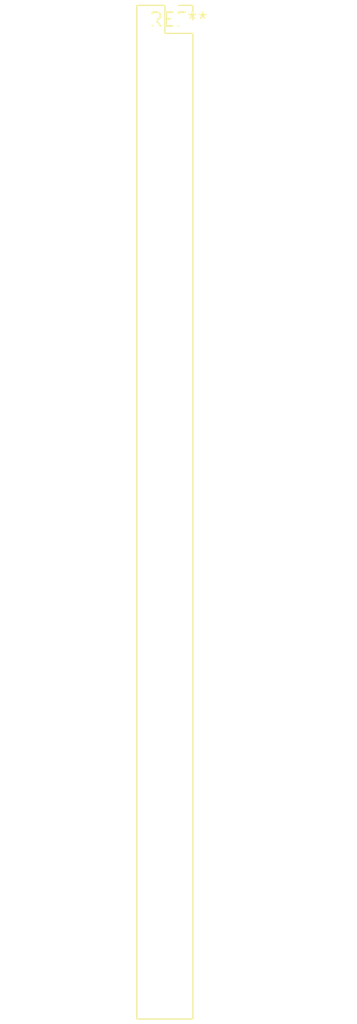
<source format=kicad_pcb>
(kicad_pcb (version 20240108) (generator pcbnew)
  (layers (0 "F.Cu" signal) (31 "B.Cu" signal) (34 "B.Paste" user) (35 "F.Paste" user) (36 "B.SilkS" user "B.Silkscreen") (37 "F.SilkS" user "F.Silkscreen") (38 "B.Mask" user) (39 "F.Mask" user) (44 "Edge.Cuts" user))
  (net 0 "")
  (footprint "PinSocket_2x37_P2.54mm_Vertical" (layer "F.Cu") (at 0 0)
    (property "Reference" "REF**")
    (property "Value" "PinSocket_2x37_P2.54mm_Vertical")
    (fp_line (start -3.87 -1.33) (end -3.87 92.77) (layer "F.SilkS") (stroke (width 0.12)))
    (fp_line (start -3.87 -1.33) (end -1.27 -1.33) (layer "F.SilkS") (stroke (width 0.12)))
    (fp_line (start -3.87 92.77) (end 1.33 92.77) (layer "F.SilkS") (stroke (width 0.12)))
    (fp_line (start -1.27 -1.33) (end -1.27 1.27) (layer "F.SilkS") (stroke (width 0.12)))
    (fp_line (start -1.27 1.27) (end 1.33 1.27) (layer "F.SilkS") (stroke (width 0.12)))
    (fp_line (start 0 -1.33) (end 1.33 -1.33) (layer "F.SilkS") (stroke (width 0.12)))
    (fp_line (start 1.33 -1.33) (end 1.33 0) (layer "F.SilkS") (stroke (width 0.12)))
    (fp_line (start 1.33 1.27) (end 1.33 92.77) (layer "F.SilkS") (stroke (width 0.12)))
    (pad "1" thru_hole rect (at 0 0) (size 1.7 1.7) (drill 1) (layers *.Cu *.Mask) (remove_unused_layers))
    (pad "2" thru_hole oval (at -2.54 0) (size 1.7 1.7) (drill 1) (layers *.Cu *.Mask) (remove_unused_layers))
    (pad "3" thru_hole oval (at 0 2.54) (size 1.7 1.7) (drill 1) (layers *.Cu *.Mask) (remove_unused_layers))
    (pad "4" thru_hole oval (at -2.54 2.54) (size 1.7 1.7) (drill 1) (layers *.Cu *.Mask) (remove_unused_layers))
    (pad "5" thru_hole oval (at 0 5.08) (size 1.7 1.7) (drill 1) (layers *.Cu *.Mask) (remove_unused_layers))
    (pad "6" thru_hole oval (at -2.54 5.08) (size 1.7 1.7) (drill 1) (layers *.Cu *.Mask) (remove_unused_layers))
    (pad "7" thru_hole oval (at 0 7.62) (size 1.7 1.7) (drill 1) (layers *.Cu *.Mask) (remove_unused_layers))
    (pad "8" thru_hole oval (at -2.54 7.62) (size 1.7 1.7) (drill 1) (layers *.Cu *.Mask) (remove_unused_layers))
    (pad "9" thru_hole oval (at 0 10.16) (size 1.7 1.7) (drill 1) (layers *.Cu *.Mask) (remove_unused_layers))
    (pad "10" thru_hole oval (at -2.54 10.16) (size 1.7 1.7) (drill 1) (layers *.Cu *.Mask) (remove_unused_layers))
    (pad "11" thru_hole oval (at 0 12.7) (size 1.7 1.7) (drill 1) (layers *.Cu *.Mask) (remove_unused_layers))
    (pad "12" thru_hole oval (at -2.54 12.7) (size 1.7 1.7) (drill 1) (layers *.Cu *.Mask) (remove_unused_layers))
    (pad "13" thru_hole oval (at 0 15.24) (size 1.7 1.7) (drill 1) (layers *.Cu *.Mask) (remove_unused_layers))
    (pad "14" thru_hole oval (at -2.54 15.24) (size 1.7 1.7) (drill 1) (layers *.Cu *.Mask) (remove_unused_layers))
    (pad "15" thru_hole oval (at 0 17.78) (size 1.7 1.7) (drill 1) (layers *.Cu *.Mask) (remove_unused_layers))
    (pad "16" thru_hole oval (at -2.54 17.78) (size 1.7 1.7) (drill 1) (layers *.Cu *.Mask) (remove_unused_layers))
    (pad "17" thru_hole oval (at 0 20.32) (size 1.7 1.7) (drill 1) (layers *.Cu *.Mask) (remove_unused_layers))
    (pad "18" thru_hole oval (at -2.54 20.32) (size 1.7 1.7) (drill 1) (layers *.Cu *.Mask) (remove_unused_layers))
    (pad "19" thru_hole oval (at 0 22.86) (size 1.7 1.7) (drill 1) (layers *.Cu *.Mask) (remove_unused_layers))
    (pad "20" thru_hole oval (at -2.54 22.86) (size 1.7 1.7) (drill 1) (layers *.Cu *.Mask) (remove_unused_layers))
    (pad "21" thru_hole oval (at 0 25.4) (size 1.7 1.7) (drill 1) (layers *.Cu *.Mask) (remove_unused_layers))
    (pad "22" thru_hole oval (at -2.54 25.4) (size 1.7 1.7) (drill 1) (layers *.Cu *.Mask) (remove_unused_layers))
    (pad "23" thru_hole oval (at 0 27.94) (size 1.7 1.7) (drill 1) (layers *.Cu *.Mask) (remove_unused_layers))
    (pad "24" thru_hole oval (at -2.54 27.94) (size 1.7 1.7) (drill 1) (layers *.Cu *.Mask) (remove_unused_layers))
    (pad "25" thru_hole oval (at 0 30.48) (size 1.7 1.7) (drill 1) (layers *.Cu *.Mask) (remove_unused_layers))
    (pad "26" thru_hole oval (at -2.54 30.48) (size 1.7 1.7) (drill 1) (layers *.Cu *.Mask) (remove_unused_layers))
    (pad "27" thru_hole oval (at 0 33.02) (size 1.7 1.7) (drill 1) (layers *.Cu *.Mask) (remove_unused_layers))
    (pad "28" thru_hole oval (at -2.54 33.02) (size 1.7 1.7) (drill 1) (layers *.Cu *.Mask) (remove_unused_layers))
    (pad "29" thru_hole oval (at 0 35.56) (size 1.7 1.7) (drill 1) (layers *.Cu *.Mask) (remove_unused_layers))
    (pad "30" thru_hole oval (at -2.54 35.56) (size 1.7 1.7) (drill 1) (layers *.Cu *.Mask) (remove_unused_layers))
    (pad "31" thru_hole oval (at 0 38.1) (size 1.7 1.7) (drill 1) (layers *.Cu *.Mask) (remove_unused_layers))
    (pad "32" thru_hole oval (at -2.54 38.1) (size 1.7 1.7) (drill 1) (layers *.Cu *.Mask) (remove_unused_layers))
    (pad "33" thru_hole oval (at 0 40.64) (size 1.7 1.7) (drill 1) (layers *.Cu *.Mask) (remove_unused_layers))
    (pad "34" thru_hole oval (at -2.54 40.64) (size 1.7 1.7) (drill 1) (layers *.Cu *.Mask) (remove_unused_layers))
    (pad "35" thru_hole oval (at 0 43.18) (size 1.7 1.7) (drill 1) (layers *.Cu *.Mask) (remove_unused_layers))
    (pad "36" thru_hole oval (at -2.54 43.18) (size 1.7 1.7) (drill 1) (layers *.Cu *.Mask) (remove_unused_layers))
    (pad "37" thru_hole oval (at 0 45.72) (size 1.7 1.7) (drill 1) (layers *.Cu *.Mask) (remove_unused_layers))
    (pad "38" thru_hole oval (at -2.54 45.72) (size 1.7 1.7) (drill 1) (layers *.Cu *.Mask) (remove_unused_layers))
    (pad "39" thru_hole oval (at 0 48.26) (size 1.7 1.7) (drill 1) (layers *.Cu *.Mask) (remove_unused_layers))
    (pad "40" thru_hole oval (at -2.54 48.26) (size 1.7 1.7) (drill 1) (layers *.Cu *.Mask) (remove_unused_layers))
    (pad "41" thru_hole oval (at 0 50.8) (size 1.7 1.7) (drill 1) (layers *.Cu *.Mask) (remove_unused_layers))
    (pad "42" thru_hole oval (at -2.54 50.8) (size 1.7 1.7) (drill 1) (layers *.Cu *.Mask) (remove_unused_layers))
    (pad "43" thru_hole oval (at 0 53.34) (size 1.7 1.7) (drill 1) (layers *.Cu *.Mask) (remove_unused_layers))
    (pad "44" thru_hole oval (at -2.54 53.34) (size 1.7 1.7) (drill 1) (layers *.Cu *.Mask) (remove_unused_layers))
    (pad "45" thru_hole oval (at 0 55.88) (size 1.7 1.7) (drill 1) (layers *.Cu *.Mask) (remove_unused_layers))
    (pad "46" thru_hole oval (at -2.54 55.88) (size 1.7 1.7) (drill 1) (layers *.Cu *.Mask) (remove_unused_layers))
    (pad "47" thru_hole oval (at 0 58.42) (size 1.7 1.7) (drill 1) (layers *.Cu *.Mask) (remove_unused_layers))
    (pad "48" thru_hole oval (at -2.54 58.42) (size 1.7 1.7) (drill 1) (layers *.Cu *.Mask) (remove_unused_layers))
    (pad "49" thru_hole oval (at 0 60.96) (size 1.7 1.7) (drill 1) (layers *.Cu *.Mask) (remove_unused_layers))
    (pad "50" thru_hole oval (at -2.54 60.96) (size 1.7 1.7) (drill 1) (layers *.Cu *.Mask) (remove_unused_layers))
    (pad "51" thru_hole oval (at 0 63.5) (size 1.7 1.7) (drill 1) (layers *.Cu *.Mask) (remove_unused_layers))
    (pad "52" thru_hole oval (at -2.54 63.5) (size 1.7 1.7) (drill 1) (layers *.Cu *.Mask) (remove_unused_layers))
    (pad "53" thru_hole oval (at 0 66.04) (size 1.7 1.7) (drill 1) (layers *.Cu *.Mask) (remove_unused_layers))
    (pad "54" thru_hole oval (at -2.54 66.04) (size 1.7 1.7) (drill 1) (layers *.Cu *.Mask) (remove_unused_layers))
    (pad "55" thru_hole oval (at 0 68.58) (size 1.7 1.7) (drill 1) (layers *.Cu *.Mask) (remove_unused_layers))
    (pad "56" thru_hole oval (at -2.54 68.58) (size 1.7 1.7) (drill 1) (layers *.Cu *.Mask) (remove_unused_layers))
    (pad "57" thru_hole oval (at 0 71.12) (size 1.7 1.7) (drill 1) (layers *.Cu *.Mask) (remove_unused_layers))
    (pad "58" thru_hole oval (at -2.54 71.12) (size 1.7 1.7) (drill 1) (layers *.Cu *.Mask) (remove_unused_layers))
    (pad "59" thru_hole oval (at 0 73.66) (size 1.7 1.7) (drill 1) (layers *.Cu *.Mask) (remove_unused_layers))
    (pad "60" thru_hole oval (at -2.54 73.66) (size 1.7 1.7) (drill 1) (layers *.Cu *.Mask) (remove_unused_layers))
    (pad "61" thru_hole oval (at 0 76.2) (size 1.7 1.7) (drill 1) (layers *.Cu *.Mask) (remove_unused_layers))
    (pad "62" thru_hole oval (at -2.54 76.2) (size 1.7 1.7) (drill 1) (layers *.Cu *.Mask) (remove_unused_layers))
    (pad "63" thru_hole oval (at 0 78.74) (size 1.7 1.7) (drill 1) (layers *.Cu *.Mask) (remove_unused_layers))
    (pad "64" thru_hole oval (at -2.54 78.74) (size 1.7 1.7) (drill 1) (layers *.Cu *.Mask) (remove_unused_layers))
    (pad "65" thru_hole oval (at 0 81.28) (size 1.7 1.7) (drill 1) (layers *.Cu *.Mask) (remove_unused_layers))
    (pad "66" thru_hole oval (at -2.54 81.28) (size 1.7 1.7) (drill 1) (layers *.Cu *.Mask) (remove_unused_layers))
    (pad "67" thru_hole oval (at 0 83.82) (size 1.7 1.7) (drill 1) (layers *.Cu *.Mask) (remove_unused_layers))
    (pad "68" thru_hole oval (at -2.54 83.82) (size 1.7 1.7) (drill 1) (layers *.Cu *.Mask) (remove_unused_layers))
    (pad "69" thru_hole oval (at 0 86.36) (size 1.7 1.7) (drill 1) (layers *.Cu *.Mask) (remove_unused_layers))
    (pad "70" thru_hole oval (at -2.54 86.36) (size 1.7 1.7) (drill 1) (layers *.Cu *.Mask) (remove_unused_layers))
    (pad "71" thru_hole oval (at 0 88.9) (size 1.7 1.7) (drill 1) (layers *.Cu *.Mask) (remove_unused_layers))
    (pad "72" thru_hole oval (at -2.54 88.9) (size 1.7 1.7) (drill 1) (layers *.Cu *.Mask) (remove_unused_layers))
    (pad "73" thru_hole oval (at 0 91.44) (size 1.7 1.7) (drill 1) (layers *.Cu *.Mask) (remove_unused_layers))
    (pad "74" thru_hole oval (at -2.54 91.44) (size 1.7 1.7) (drill 1) (layers *.Cu *.Mask) (remove_unused_layers))
  )
)
</source>
